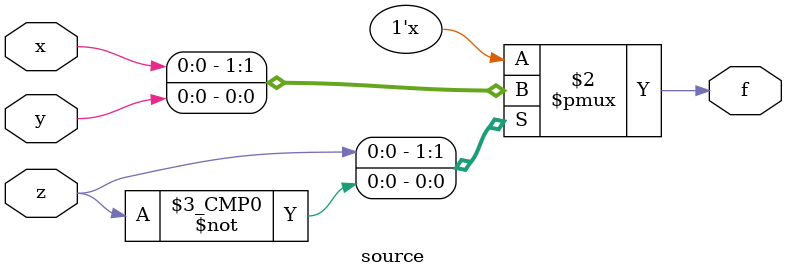
<source format=v>
`timescale 1ns / 1ps

module source(
 input x,
 input y,
 input z,
 output reg f
    );
    always @(*)
    begin
    case(z)
    1: f=x;
    0: f=y;
    endcase
    end
endmodule

</source>
